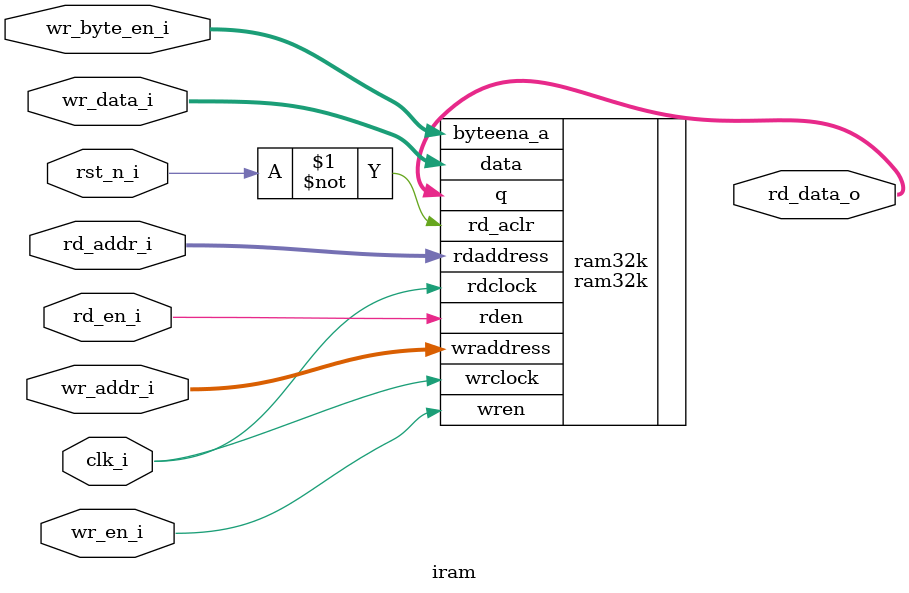
<source format=sv>
/*
 * iram.sv
 *
 *  Created on: 2020-08-55 08:55
 *      Author: Jack Chen <redchenjs@live.com>
 */

module iram #(
    parameter XLEN = 32
) (
    input logic clk_i,
    input logic rst_n_i,

    input logic            wr_en_i,
    input logic [XLEN-1:0] wr_addr_i,
    input logic [XLEN-1:0] wr_data_i,
    input logic      [3:0] wr_byte_en_i,

    input logic            rd_en_i,
    input logic [XLEN-1:0] rd_addr_i,

    output logic [XLEN-1:0] rd_data_o
);

ram32k ram32k(
    .data(wr_data_i),
    .byteena_a(wr_byte_en_i),
    .rd_aclr(~rst_n_i),
    .rdaddress(rd_addr_i),
    .rdclock(clk_i),
    .rden(rd_en_i),
    .wraddress(wr_addr_i),
    .wrclock(clk_i),
    .wren(wr_en_i),
    .q(rd_data_o)
);

endmodule

</source>
